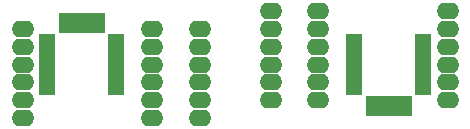
<source format=gbr>
G04 #@! TF.FileFunction,Soldermask,Bot*
%FSLAX46Y46*%
G04 Gerber Fmt 4.6, Leading zero omitted, Abs format (unit mm)*
G04 Created by KiCad (PCBNEW 4.0.6) date 08/21/17 17:29:22*
%MOMM*%
%LPD*%
G01*
G04 APERTURE LIST*
%ADD10C,0.100000*%
%ADD11R,1.365200X1.670000*%
%ADD12R,1.400000X0.800000*%
%ADD13O,1.924000X1.400000*%
G04 APERTURE END LIST*
D10*
D11*
X8730000Y-6500000D03*
X10000000Y-6500000D03*
X11270000Y-6500000D03*
D12*
X12900000Y-7725000D03*
X12900000Y-8375000D03*
X12900000Y-9025000D03*
X12900000Y-9675000D03*
X12900000Y-10325000D03*
X12900000Y-10975000D03*
X12900000Y-11625000D03*
X12900000Y-12275000D03*
X7100000Y-12275000D03*
X7100000Y-11625000D03*
X7100000Y-10975000D03*
X7100000Y-10325000D03*
X7100000Y-9675000D03*
X7100000Y-9025000D03*
X7100000Y-8375000D03*
X7100000Y-7725000D03*
D13*
X5000000Y-7000000D03*
X5000000Y-8500000D03*
X5000000Y-10000000D03*
X5000000Y-11500000D03*
X5000000Y-13000000D03*
X5000000Y-14500000D03*
X20000000Y-7000000D03*
X20000000Y-8500000D03*
X20000000Y-10000000D03*
X20000000Y-11500000D03*
X20000000Y-13000000D03*
X20000000Y-14500000D03*
X16000000Y-7000000D03*
X16000000Y-8500000D03*
X16000000Y-10000000D03*
X16000000Y-11500000D03*
X16000000Y-13000000D03*
X16000000Y-14500000D03*
D11*
X37270000Y-13500000D03*
X36000000Y-13500000D03*
X34730000Y-13500000D03*
D12*
X33100000Y-12275000D03*
X33100000Y-11625000D03*
X33100000Y-10975000D03*
X33100000Y-10325000D03*
X33100000Y-9675000D03*
X33100000Y-9025000D03*
X33100000Y-8375000D03*
X33100000Y-7725000D03*
X38900000Y-7725000D03*
X38900000Y-8375000D03*
X38900000Y-9025000D03*
X38900000Y-9675000D03*
X38900000Y-10325000D03*
X38900000Y-10975000D03*
X38900000Y-11625000D03*
X38900000Y-12275000D03*
D13*
X26000000Y-13000000D03*
X26000000Y-11500000D03*
X26000000Y-10000000D03*
X26000000Y-8500000D03*
X26000000Y-7000000D03*
X26000000Y-5500000D03*
X30000000Y-13000000D03*
X30000000Y-11500000D03*
X30000000Y-10000000D03*
X30000000Y-8500000D03*
X30000000Y-7000000D03*
X30000000Y-5500000D03*
X41000000Y-13000000D03*
X41000000Y-11500000D03*
X41000000Y-10000000D03*
X41000000Y-8500000D03*
X41000000Y-7000000D03*
X41000000Y-5500000D03*
M02*

</source>
